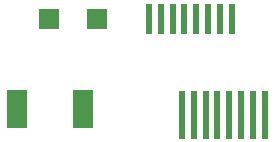
<source format=gtp>
G75*
%MOIN*%
%OFA0B0*%
%FSLAX25Y25*%
%IPPOS*%
%LPD*%
%AMOC8*
5,1,8,0,0,1.08239X$1,22.5*
%
%ADD10R,0.07087X0.06693*%
%ADD11R,0.07087X0.12598*%
%ADD12R,0.02400X0.10000*%
%ADD13R,0.02400X0.16000*%
D10*
X0119297Y0075500D03*
X0135439Y0075500D03*
D11*
X0108844Y0045500D03*
X0130892Y0045500D03*
D12*
X0152721Y0075600D03*
X0156721Y0075600D03*
X0160621Y0075600D03*
X0164521Y0075600D03*
X0168521Y0075600D03*
X0172421Y0075600D03*
X0176321Y0075600D03*
X0180321Y0075600D03*
D13*
X0179545Y0043600D03*
X0183445Y0043600D03*
X0187345Y0043600D03*
X0191345Y0043600D03*
X0175545Y0043600D03*
X0171645Y0043600D03*
X0167745Y0043600D03*
X0163745Y0043600D03*
M02*

</source>
